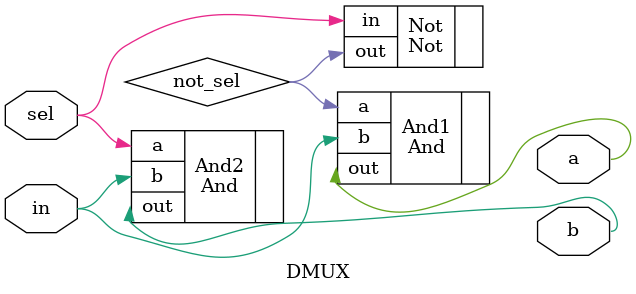
<source format=v>
`timescale 1ns / 1ps
module DMUX(
    input in, sel,
    output a, b
    );
    //implementing a= not_sel and in; b= sel and in
    wire not_sel;
    Not Not(.in(sel), .out(not_sel));
    And And1(.a(not_sel), .b(in), .out(a));
    And And2(.a(sel), .b(in), .out(b));
endmodule

</source>
